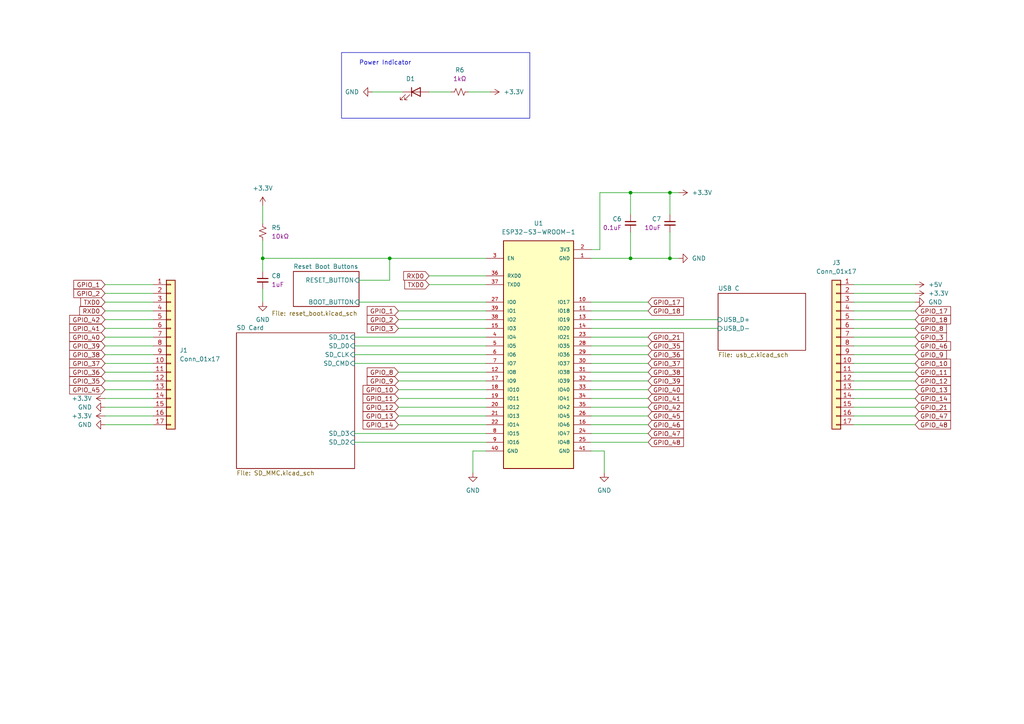
<source format=kicad_sch>
(kicad_sch (version 20230121) (generator eeschema)
  (paper "A4")
  (lib_symbols
    (symbol "Connector_Generic:Conn_01x17" (pin_names (offset 1.016) hide)
      (property "Reference" "J" (at 0 22.86 0))
      (property "Value" "Conn_01x17" (at 0 -22.86 0))
      (symbol "Conn_01x17_1_1"
        (rectangle (start -1.27 -20.193) (end 0 -20.447) (stroke (width 0.1524)))
        (rectangle (start -1.27 -17.653) (end 0 -17.907) (stroke (width 0.1524)))
        (rectangle (start -1.27 -15.113) (end 0 -15.367) (stroke (width 0.1524)))
        (rectangle (start -1.27 -12.573) (end 0 -12.827) (stroke (width 0.1524)))
        (rectangle (start -1.27 -10.033) (end 0 -10.287) (stroke (width 0.1524)))
        (rectangle (start -1.27 -7.493) (end 0 -7.747) (stroke (width 0.1524)))
        (rectangle (start -1.27 -4.953) (end 0 -5.207) (stroke (width 0.1524)))
        (rectangle (start -1.27 -2.413) (end 0 -2.667) (stroke (width 0.1524)))
        (rectangle (start -1.27 0.127) (end 0 -0.127) (stroke (width 0.1524)))
        (rectangle (start -1.27 2.667) (end 0 2.413) (stroke (width 0.1524)))
        (rectangle (start -1.27 5.207) (end 0 4.953) (stroke (width 0.1524)))
        (rectangle (start -1.27 7.747) (end 0 7.493) (stroke (width 0.1524)))
        (rectangle (start -1.27 10.287) (end 0 10.033) (stroke (width 0.1524)))
        (rectangle (start -1.27 12.827) (end 0 12.573) (stroke (width 0.1524)))
        (rectangle (start -1.27 15.367) (end 0 15.113) (stroke (width 0.1524)))
        (rectangle (start -1.27 17.907) (end 0 17.653) (stroke (width 0.1524)))
        (rectangle (start -1.27 20.447) (end 0 20.193) (stroke (width 0.1524)))
        (rectangle (start -1.27 21.59) (end 1.27 -21.59) (stroke (width 0.254)) (fill (type background)))
        (pin passive line (at -5.08 20.32 0) (length 3.81) (name "Pin_1") (number "1"))
        (pin passive line (at -5.08 -2.54 0) (length 3.81) (name "Pin_10") (number "10"))
        (pin passive line (at -5.08 -5.08 0) (length 3.81) (name "Pin_11") (number "11"))
        (pin passive line (at -5.08 -7.62 0) (length 3.81) (name "Pin_12") (number "12"))
        (pin passive line (at -5.08 -10.16 0) (length 3.81) (name "Pin_13") (number "13"))
        (pin passive line (at -5.08 -12.7 0) (length 3.81) (name "Pin_14") (number "14"))
        (pin passive line (at -5.08 -15.24 0) (length 3.81) (name "Pin_15") (number "15"))
        (pin passive line (at -5.08 -17.78 0) (length 3.81) (name "Pin_16") (number "16"))
        (pin passive line (at -5.08 -20.32 0) (length 3.81) (name "Pin_17") (number "17"))
        (pin passive line (at -5.08 17.78 0) (length 3.81) (name "Pin_2") (number "2"))
        (pin passive line (at -5.08 15.24 0) (length 3.81) (name "Pin_3") (number "3"))
        (pin passive line (at -5.08 12.7 0) (length 3.81) (name "Pin_4") (number "4"))
        (pin passive line (at -5.08 10.16 0) (length 3.81) (name "Pin_5") (number "5"))
        (pin passive line (at -5.08 7.62 0) (length 3.81) (name "Pin_6") (number "6"))
        (pin passive line (at -5.08 5.08 0) (length 3.81) (name "Pin_7") (number "7"))
        (pin passive line (at -5.08 2.54 0) (length 3.81) (name "Pin_8") (number "8"))
        (pin passive line (at -5.08 0 0) (length 3.81) (name "Pin_9") (number "9"))
      )
    )
    (symbol "downloaded_parts:CL21A106KOQNNNE" (pin_numbers hide) (pin_names (offset 0.254) hide)
      (property "Reference" "C" (at 2.794 1.778 0))
      (property "Capacitance" "10uF" (at 5.08 0 0))
      (symbol "CL21A106KOQNNNE_0_1"
        (polyline (pts (xy -1.524 -0.508) (xy 1.524 -0.508)) (stroke (width 0.3302)))
        (polyline (pts (xy -1.524 0.508) (xy 1.524 0.508)) (stroke (width 0.3048)))
      )
      (symbol "CL21A106KOQNNNE_1_1"
        (pin passive line (at 0 2.54 270) (length 2.032) (name "~") (number "1"))
        (pin passive line (at 0 -2.54 90) (length 2.032) (name "~") (number "2"))
      )
    )
    (symbol "downloaded_parts:CL21B104KBCNNNC" (pin_numbers hide) (pin_names (offset 0.254) hide)
      (property "Reference" "C" (at 2.794 1.778 0))
      (property "Capacitance" "0.1uF" (at 5.08 0 0))
      (symbol "CL21B104KBCNNNC_0_1"
        (polyline (pts (xy -1.524 -0.508) (xy 1.524 -0.508)) (stroke (width 0.3302)))
        (polyline (pts (xy -1.524 0.508) (xy 1.524 0.508)) (stroke (width 0.3048)))
      )
      (symbol "CL21B104KBCNNNC_1_1"
        (pin passive line (at 0 2.54 270) (length 2.032) (name "~") (number "1"))
        (pin passive line (at 0 -2.54 90) (length 2.032) (name "~") (number "2"))
      )
    )
    (symbol "downloaded_parts:CL21B105KBFNNNG" (pin_numbers hide) (pin_names (offset 0.254) hide)
      (property "Reference" "C" (at 2.794 1.778 0))
      (property "Capacitance" "1uF" (at 5.08 0 0))
      (symbol "CL21B105KBFNNNG_0_1"
        (polyline (pts (xy -1.524 -0.508) (xy 1.524 -0.508)) (stroke (width 0.3302)))
        (polyline (pts (xy -1.524 0.508) (xy 1.524 0.508)) (stroke (width 0.3048)))
      )
      (symbol "CL21B105KBFNNNG_1_1"
        (pin passive line (at 0 2.54 270) (length 2.032) (name "~") (number "1"))
        (pin passive line (at 0 -2.54 90) (length 2.032) (name "~") (number "2"))
      )
    )
    (symbol "downloaded_parts:ESP32-S3-WROOM-1" (pin_names (offset 1.016))
      (property "Reference" "U" (at -12.7 36.83 0))
      (property "Value" "ESP32-S3-WROOM-1" (at -12.7 34.29 0))
      (symbol "ESP32-S3-WROOM-1_0_0"
        (rectangle (start -10.16 -33.02) (end 10.16 33.02) (stroke (width 0.254)) (fill (type background)))
        (pin power_in line (at 15.24 27.94 180) (length 5.08) (name "GND") (number "1"))
        (pin bidirectional line (at 15.24 15.24 180) (length 5.08) (name "IO17") (number "10"))
        (pin bidirectional line (at 15.24 12.7 180) (length 5.08) (name "IO18") (number "11"))
        (pin bidirectional line (at -15.24 -5.08 0) (length 5.08) (name "IO8") (number "12"))
        (pin bidirectional line (at 15.24 10.16 180) (length 5.08) (name "IO19") (number "13"))
        (pin bidirectional line (at 15.24 7.62 180) (length 5.08) (name "IO20") (number "14"))
        (pin bidirectional line (at -15.24 7.62 0) (length 5.08) (name "IO3") (number "15"))
        (pin bidirectional line (at 15.24 -20.32 180) (length 5.08) (name "IO46") (number "16"))
        (pin bidirectional line (at -15.24 -7.62 0) (length 5.08) (name "IO9") (number "17"))
        (pin bidirectional line (at -15.24 -10.16 0) (length 5.08) (name "IO10") (number "18"))
        (pin bidirectional line (at -15.24 -12.7 0) (length 5.08) (name "IO11") (number "19"))
        (pin power_in line (at 15.24 30.48 180) (length 5.08) (name "3V3") (number "2"))
        (pin bidirectional line (at -15.24 -15.24 0) (length 5.08) (name "IO12") (number "20"))
        (pin bidirectional line (at -15.24 -17.78 0) (length 5.08) (name "IO13") (number "21"))
        (pin bidirectional line (at -15.24 -20.32 0) (length 5.08) (name "IO14") (number "22"))
        (pin bidirectional line (at 15.24 5.08 180) (length 5.08) (name "IO21") (number "23"))
        (pin bidirectional line (at 15.24 -22.86 180) (length 5.08) (name "IO47") (number "24"))
        (pin bidirectional line (at 15.24 -25.4 180) (length 5.08) (name "IO48") (number "25"))
        (pin bidirectional line (at 15.24 -17.78 180) (length 5.08) (name "IO45") (number "26"))
        (pin bidirectional line (at -15.24 15.24 0) (length 5.08) (name "IO0") (number "27"))
        (pin bidirectional line (at 15.24 2.54 180) (length 5.08) (name "IO35") (number "28"))
        (pin bidirectional line (at 15.24 0 180) (length 5.08) (name "IO36") (number "29"))
        (pin input line (at -15.24 27.94 0) (length 5.08) (name "EN") (number "3"))
        (pin bidirectional line (at 15.24 -2.54 180) (length 5.08) (name "IO37") (number "30"))
        (pin bidirectional line (at 15.24 -5.08 180) (length 5.08) (name "IO38") (number "31"))
        (pin bidirectional line (at 15.24 -7.62 180) (length 5.08) (name "IO39") (number "32"))
        (pin bidirectional line (at 15.24 -10.16 180) (length 5.08) (name "IO40") (number "33"))
        (pin bidirectional line (at 15.24 -12.7 180) (length 5.08) (name "IO41") (number "34"))
        (pin bidirectional line (at 15.24 -15.24 180) (length 5.08) (name "IO42") (number "35"))
        (pin bidirectional line (at -15.24 22.86 0) (length 5.08) (name "RXD0") (number "36"))
        (pin bidirectional line (at -15.24 20.32 0) (length 5.08) (name "TXD0") (number "37"))
        (pin bidirectional line (at -15.24 10.16 0) (length 5.08) (name "IO2") (number "38"))
        (pin bidirectional line (at -15.24 12.7 0) (length 5.08) (name "IO1") (number "39"))
        (pin bidirectional line (at -15.24 5.08 0) (length 5.08) (name "IO4") (number "4"))
        (pin power_in line (at -15.24 -27.94 0) (length 5.08) (name "GND") (number "40"))
        (pin bidirectional line (at -15.24 2.54 0) (length 5.08) (name "IO5") (number "5"))
        (pin bidirectional line (at -15.24 0 0) (length 5.08) (name "IO6") (number "6"))
        (pin bidirectional line (at -15.24 -2.54 0) (length 5.08) (name "IO7") (number "7"))
        (pin bidirectional line (at -15.24 -22.86 0) (length 5.08) (name "IO15") (number "8"))
        (pin bidirectional line (at -15.24 -25.4 0) (length 5.08) (name "IO16") (number "9"))
      )
      (symbol "ESP32-S3-WROOM-1_1_0"
        (pin power_in line (at 15.24 -27.94 180) (length 5.08) (name "GND") (number "41"))
      )
    )
    (symbol "downloaded_parts:LTST-C170KFKT" (pin_numbers hide) (pin_names (offset 1.016) hide)
      (property "Reference" "D" (at 0 2.54 0))
      (symbol "LTST-C170KFKT_0_1"
        (polyline (pts (xy -1.27 -1.27) (xy -1.27 1.27)) (stroke (width 0.254)))
        (polyline (pts (xy -1.27 0) (xy 1.27 0)))
        (polyline (pts (xy 1.27 -1.27) (xy 1.27 1.27) (xy -1.27 0) (xy 1.27 -1.27)) (stroke (width 0.254)))
        (polyline (pts (xy -3.048 -0.762) (xy -4.572 -2.286) (xy -3.81 -2.286) (xy -4.572 -2.286) (xy -4.572 -1.524)))
        (polyline (pts (xy -1.778 -0.762) (xy -3.302 -2.286) (xy -2.54 -2.286) (xy -3.302 -2.286) (xy -3.302 -1.524)))
      )
      (symbol "LTST-C170KFKT_1_1"
        (pin passive line (at -3.81 0 0) (length 2.54) (name "K") (number "1"))
        (pin passive line (at 3.81 0 180) (length 2.54) (name "A") (number "2"))
      )
    )
    (symbol "downloaded_parts:RC0805JR-0710KL" (pin_numbers hide) (pin_names (offset 0.254) hide)
      (property "Reference" "R" (at 1.27 2.54 0))
      (property "Resistance" "10kΩ" (at 5.08 0 0))
      (symbol "RC0805JR-0710KL_1_1"
        (polyline (pts (xy 0 0) (xy 1.016 -0.381) (xy 0 -0.762) (xy -1.016 -1.143) (xy 0 -1.524)))
        (polyline (pts (xy 0 1.524) (xy 1.016 1.143) (xy 0 0.762) (xy -1.016 0.381) (xy 0 0)))
        (pin passive line (at 0 2.54 270) (length 1.016) (name "~") (number "1"))
        (pin passive line (at 0 -2.54 90) (length 1.016) (name "~") (number "2"))
      )
    )
    (symbol "downloaded_parts:RNCP0805FTD1K00" (pin_numbers hide) (pin_names (offset 0.254) hide)
      (property "Reference" "R" (at 1.27 0.508 0))
      (property "Resistance" "1kΩ" (at 5.588 0.508 0))
      (symbol "RNCP0805FTD1K00_1_1"
        (polyline (pts (xy 0 0) (xy 1.016 -0.381) (xy 0 -0.762) (xy -1.016 -1.143) (xy 0 -1.524)))
        (polyline (pts (xy 0 1.524) (xy 1.016 1.143) (xy 0 0.762) (xy -1.016 0.381) (xy 0 0)))
        (pin passive line (at 0 2.54 270) (length 1.016) (name "~") (number "1"))
        (pin passive line (at 0 -2.54 90) (length 1.016) (name "~") (number "2"))
      )
    )
    (symbol "power:+3.3V" (power) (pin_names (offset 0))
      (property "Value" "+3.3V" (at 0 3.556 0))
      (symbol "+3.3V_0_1"
        (polyline (pts (xy -0.762 1.27) (xy 0 2.54)))
        (polyline (pts (xy 0 0) (xy 0 2.54)))
        (polyline (pts (xy 0 2.54) (xy 0.762 1.27)))
      )
      (symbol "+3.3V_1_1"
        (pin power_in line (at 0 0 90) (length 0) hide (name "+3.3V") (number "1"))
      )
    )
    (symbol "power:+5V" (power) (pin_names (offset 0))
      (property "Value" "+5V" (at 0 3.556 0))
      (symbol "+5V_0_1"
        (polyline (pts (xy -0.762 1.27) (xy 0 2.54)))
        (polyline (pts (xy 0 0) (xy 0 2.54)))
        (polyline (pts (xy 0 2.54) (xy 0.762 1.27)))
      )
      (symbol "+5V_1_1"
        (pin power_in line (at 0 0 90) (length 0) hide (name "+5V") (number "1"))
      )
    )
    (symbol "power:GND" (power) (pin_names (offset 0))
      (property "Value" "GND" (at 0 -3.81 0))
      (symbol "GND_0_1"
        (polyline (pts (xy 0 0) (xy 0 -1.27) (xy 1.27 -1.27) (xy 0 -2.54) (xy -1.27 -1.27) (xy 0 -1.27)))
      )
      (symbol "GND_1_1"
        (pin power_in line (at 0 0 270) (length 0) hide (name "GND") (number "1"))
      )
    )
  )
  (junction (at 194.31 55.88))
  (junction (at 182.88 55.88))
  (junction (at 76.2 74.93))
  (junction (at 113.03 74.93))
  (junction (at 194.31 74.93))
  (junction (at 182.88 74.93))
  (wire (pts (xy 30.48 120.65) (xy 44.45 120.65)))
  (wire (pts (xy 30.48 90.17) (xy 44.45 90.17)))
  (wire (pts (xy 247.65 107.95) (xy 265.43 107.95)))
  (wire (pts (xy 175.26 130.81) (xy 175.26 137.16)))
  (wire (pts (xy 124.46 26.67) (xy 130.81 26.67)))
  (wire (pts (xy 171.45 123.19) (xy 187.96 123.19)))
  (wire (pts (xy 30.48 92.71) (xy 44.45 92.71)))
  (wire (pts (xy 115.57 120.65) (xy 140.97 120.65)))
  (wire (pts (xy 171.45 74.93) (xy 182.88 74.93)))
  (wire (pts (xy 140.97 130.81) (xy 137.16 130.81)))
  (wire (pts (xy 30.48 102.87) (xy 44.45 102.87)))
  (wire (pts (xy 137.16 130.81) (xy 137.16 137.16)))
  (wire (pts (xy 30.48 110.49) (xy 44.45 110.49)))
  (wire (pts (xy 171.45 95.25) (xy 208.28 95.25)))
  (wire (pts (xy 113.03 74.93) (xy 140.97 74.93)))
  (wire (pts (xy 135.89 26.67) (xy 142.24 26.67)))
  (wire (pts (xy 194.31 74.93) (xy 196.85 74.93)))
  (wire (pts (xy 247.65 115.57) (xy 265.43 115.57)))
  (wire (pts (xy 247.65 120.65) (xy 265.43 120.65)))
  (wire (pts (xy 247.65 92.71) (xy 265.43 92.71)))
  (wire (pts (xy 104.14 87.63) (xy 140.97 87.63)))
  (wire (pts (xy 102.87 97.79) (xy 140.97 97.79)))
  (wire (pts (xy 171.45 105.41) (xy 187.96 105.41)))
  (wire (pts (xy 171.45 97.79) (xy 187.96 97.79)))
  (wire (pts (xy 173.99 55.88) (xy 173.99 72.39)))
  (wire (pts (xy 194.31 67.31) (xy 194.31 74.93)))
  (wire (pts (xy 102.87 125.73) (xy 140.97 125.73)))
  (wire (pts (xy 247.65 113.03) (xy 265.43 113.03)))
  (wire (pts (xy 247.65 90.17) (xy 265.43 90.17)))
  (wire (pts (xy 247.65 105.41) (xy 265.43 105.41)))
  (wire (pts (xy 102.87 102.87) (xy 140.97 102.87)))
  (wire (pts (xy 115.57 115.57) (xy 140.97 115.57)))
  (wire (pts (xy 171.45 113.03) (xy 187.96 113.03)))
  (wire (pts (xy 171.45 125.73) (xy 187.96 125.73)))
  (wire (pts (xy 171.45 120.65) (xy 187.96 120.65)))
  (wire (pts (xy 171.45 100.33) (xy 187.96 100.33)))
  (wire (pts (xy 247.65 95.25) (xy 265.43 95.25)))
  (wire (pts (xy 102.87 105.41) (xy 140.97 105.41)))
  (wire (pts (xy 124.46 82.55) (xy 140.97 82.55)))
  (wire (pts (xy 247.65 123.19) (xy 265.43 123.19)))
  (wire (pts (xy 171.45 128.27) (xy 187.96 128.27)))
  (wire (pts (xy 194.31 55.88) (xy 196.85 55.88)))
  (wire (pts (xy 171.45 87.63) (xy 187.96 87.63)))
  (wire (pts (xy 115.57 92.71) (xy 140.97 92.71)))
  (wire (pts (xy 247.65 82.55) (xy 265.43 82.55)))
  (wire (pts (xy 247.65 102.87) (xy 265.43 102.87)))
  (wire (pts (xy 104.14 81.28) (xy 113.03 81.28)))
  (wire (pts (xy 30.48 105.41) (xy 44.45 105.41)))
  (wire (pts (xy 173.99 55.88) (xy 182.88 55.88)))
  (wire (pts (xy 247.65 87.63) (xy 265.43 87.63)))
  (wire (pts (xy 115.57 113.03) (xy 140.97 113.03)))
  (wire (pts (xy 30.48 85.09) (xy 44.45 85.09)))
  (wire (pts (xy 171.45 118.11) (xy 187.96 118.11)))
  (wire (pts (xy 76.2 59.69) (xy 76.2 64.77)))
  (wire (pts (xy 173.99 72.39) (xy 171.45 72.39)))
  (wire (pts (xy 30.48 107.95) (xy 44.45 107.95)))
  (wire (pts (xy 171.45 90.17) (xy 187.96 90.17)))
  (wire (pts (xy 171.45 110.49) (xy 187.96 110.49)))
  (wire (pts (xy 102.87 128.27) (xy 140.97 128.27)))
  (wire (pts (xy 113.03 81.28) (xy 113.03 74.93)))
  (wire (pts (xy 76.2 69.85) (xy 76.2 74.93)))
  (wire (pts (xy 76.2 74.93) (xy 113.03 74.93)))
  (wire (pts (xy 30.48 113.03) (xy 44.45 113.03)))
  (wire (pts (xy 107.95 26.67) (xy 116.84 26.67)))
  (wire (pts (xy 30.48 97.79) (xy 44.45 97.79)))
  (wire (pts (xy 76.2 74.93) (xy 76.2 78.74)))
  (wire (pts (xy 115.57 110.49) (xy 140.97 110.49)))
  (wire (pts (xy 124.46 80.01) (xy 140.97 80.01)))
  (wire (pts (xy 247.65 110.49) (xy 265.43 110.49)))
  (wire (pts (xy 182.88 74.93) (xy 194.31 74.93)))
  (wire (pts (xy 182.88 67.31) (xy 182.88 74.93)))
  (wire (pts (xy 30.48 123.19) (xy 44.45 123.19)))
  (wire (pts (xy 102.87 100.33) (xy 140.97 100.33)))
  (wire (pts (xy 247.65 100.33) (xy 265.43 100.33)))
  (wire (pts (xy 115.57 95.25) (xy 140.97 95.25)))
  (wire (pts (xy 171.45 92.71) (xy 208.28 92.71)))
  (wire (pts (xy 30.48 118.11) (xy 44.45 118.11)))
  (wire (pts (xy 247.65 118.11) (xy 265.43 118.11)))
  (wire (pts (xy 115.57 123.19) (xy 140.97 123.19)))
  (wire (pts (xy 76.2 83.82) (xy 76.2 87.63)))
  (wire (pts (xy 247.65 85.09) (xy 265.43 85.09)))
  (wire (pts (xy 194.31 55.88) (xy 194.31 62.23)))
  (wire (pts (xy 171.45 107.95) (xy 187.96 107.95)))
  (wire (pts (xy 182.88 55.88) (xy 182.88 62.23)))
  (wire (pts (xy 30.48 82.55) (xy 44.45 82.55)))
  (wire (pts (xy 182.88 55.88) (xy 194.31 55.88)))
  (wire (pts (xy 30.48 115.57) (xy 44.45 115.57)))
  (wire (pts (xy 247.65 97.79) (xy 265.43 97.79)))
  (wire (pts (xy 115.57 90.17) (xy 140.97 90.17)))
  (wire (pts (xy 115.57 107.95) (xy 140.97 107.95)))
  (wire (pts (xy 115.57 118.11) (xy 140.97 118.11)))
  (wire (pts (xy 171.45 102.87) (xy 187.96 102.87)))
  (wire (pts (xy 171.45 115.57) (xy 187.96 115.57)))
  (wire (pts (xy 30.48 87.63) (xy 44.45 87.63)))
  (wire (pts (xy 30.48 100.33) (xy 44.45 100.33)))
  (wire (pts (xy 171.45 130.81) (xy 175.26 130.81)))
  (wire (pts (xy 30.48 95.25) (xy 44.45 95.25)))
  (rectangle (start 99.06 15.24) (end 153.67 34.29))
  (text "Power Indicator" (at 104.14 19.05 0) (effects (font (size 1.27 1.27)) (justify left bottom)))
  (global_label "GPIO_47" (shape input) (at 187.96 125.73 0) (property "Intersheetrefs" "${INTERSHEET_REFS}" (effects hide)))
  (global_label "GPIO_38" (shape input) (at 187.96 107.95 0) (property "Intersheetrefs" "${INTERSHEET_REFS}" (effects hide)))
  (global_label "GPIO_14" (shape input) (at 115.57 123.19 180) (property "Intersheetrefs" "${INTERSHEET_REFS}" (effects hide)))
  (global_label "RXD0" (shape input) (at 124.46 80.01 180) (property "Intersheetrefs" "${INTERSHEET_REFS}" (effects hide)))
  (global_label "GPIO_12" (shape input) (at 265.43 110.49 0) (property "Intersheetrefs" "${INTERSHEET_REFS}" (effects hide)))
  (global_label "GPIO_48" (shape input) (at 187.96 128.27 0) (property "Intersheetrefs" "${INTERSHEET_REFS}" (effects hide)))
  (global_label "GPIO_39" (shape input) (at 30.48 100.33 180) (property "Intersheetrefs" "${INTERSHEET_REFS}" (effects hide)))
  (global_label "GPIO_40" (shape input) (at 187.96 113.03 0) (property "Intersheetrefs" "${INTERSHEET_REFS}" (effects hide)))
  (global_label "GPIO_48" (shape input) (at 265.43 123.19 0) (property "Intersheetrefs" "${INTERSHEET_REFS}" (effects hide)))
  (global_label "GPIO_3" (shape input) (at 115.57 95.25 180) (property "Intersheetrefs" "${INTERSHEET_REFS}" (effects hide)))
  (global_label "GPIO_45" (shape input) (at 30.48 113.03 180) (property "Intersheetrefs" "${INTERSHEET_REFS}" (effects hide)))
  (global_label "GPIO_45" (shape input) (at 187.96 120.65 0) (property "Intersheetrefs" "${INTERSHEET_REFS}" (effects hide)))
  (global_label "GPIO_1" (shape input) (at 115.57 90.17 180) (property "Intersheetrefs" "${INTERSHEET_REFS}" (effects hide)))
  (global_label "GPIO_13" (shape input) (at 265.43 113.03 0) (property "Intersheetrefs" "${INTERSHEET_REFS}" (effects hide)))
  (global_label "GPIO_41" (shape input) (at 187.96 115.57 0) (property "Intersheetrefs" "${INTERSHEET_REFS}" (effects hide)))
  (global_label "GPIO_36" (shape input) (at 187.96 102.87 0) (property "Intersheetrefs" "${INTERSHEET_REFS}" (effects hide)))
  (global_label "GPIO_2" (shape input) (at 115.57 92.71 180) (property "Intersheetrefs" "${INTERSHEET_REFS}" (effects hide)))
  (global_label "GPIO_18" (shape input) (at 265.43 92.71 0) (property "Intersheetrefs" "${INTERSHEET_REFS}" (effects hide)))
  (global_label "GPIO_36" (shape input) (at 30.48 107.95 180) (property "Intersheetrefs" "${INTERSHEET_REFS}" (effects hide)))
  (global_label "GPIO_35" (shape input) (at 30.48 110.49 180) (property "Intersheetrefs" "${INTERSHEET_REFS}" (effects hide)))
  (global_label "TXD0" (shape input) (at 30.48 87.63 180) (property "Intersheetrefs" "${INTERSHEET_REFS}" (effects hide)))
  (global_label "GPIO_12" (shape input) (at 115.57 118.11 180) (property "Intersheetrefs" "${INTERSHEET_REFS}" (effects hide)))
  (global_label "GPIO_9" (shape input) (at 115.57 110.49 180) (property "Intersheetrefs" "${INTERSHEET_REFS}" (effects hide)))
  (global_label "GPIO_11" (shape input) (at 115.57 115.57 180) (property "Intersheetrefs" "${INTERSHEET_REFS}" (effects hide)))
  (global_label "GPIO_3" (shape input) (at 265.43 97.79 0) (property "Intersheetrefs" "${INTERSHEET_REFS}" (effects hide)))
  (global_label "GPIO_42" (shape input) (at 187.96 118.11 0) (property "Intersheetrefs" "${INTERSHEET_REFS}" (effects hide)))
  (global_label "GPIO_46" (shape input) (at 187.96 123.19 0) (property "Intersheetrefs" "${INTERSHEET_REFS}" (effects hide)))
  (global_label "GPIO_14" (shape input) (at 265.43 115.57 0) (property "Intersheetrefs" "${INTERSHEET_REFS}" (effects hide)))
  (global_label "GPIO_35" (shape input) (at 187.96 100.33 0) (property "Intersheetrefs" "${INTERSHEET_REFS}" (effects hide)))
  (global_label "GPIO_46" (shape input) (at 265.43 100.33 0) (property "Intersheetrefs" "${INTERSHEET_REFS}" (effects hide)))
  (global_label "GPIO_11" (shape input) (at 265.43 107.95 0) (property "Intersheetrefs" "${INTERSHEET_REFS}" (effects hide)))
  (global_label "GPIO_47" (shape input) (at 265.43 120.65 0) (property "Intersheetrefs" "${INTERSHEET_REFS}" (effects hide)))
  (global_label "RXD0" (shape input) (at 30.48 90.17 180) (property "Intersheetrefs" "${INTERSHEET_REFS}" (effects hide)))
  (global_label "GPIO_21" (shape input) (at 265.43 118.11 0) (property "Intersheetrefs" "${INTERSHEET_REFS}" (effects hide)))
  (global_label "GPIO_41" (shape input) (at 30.48 95.25 180) (property "Intersheetrefs" "${INTERSHEET_REFS}" (effects hide)))
  (global_label "GPIO_37" (shape input) (at 30.48 105.41 180) (property "Intersheetrefs" "${INTERSHEET_REFS}" (effects hide)))
  (global_label "GPIO_10" (shape input) (at 265.43 105.41 0) (property "Intersheetrefs" "${INTERSHEET_REFS}" (effects hide)))
  (global_label "GPIO_39" (shape input) (at 187.96 110.49 0) (property "Intersheetrefs" "${INTERSHEET_REFS}" (effects hide)))
  (global_label "GPIO_8" (shape input) (at 115.57 107.95 180) (property "Intersheetrefs" "${INTERSHEET_REFS}" (effects hide)))
  (global_label "GPIO_37" (shape input) (at 187.96 105.41 0) (property "Intersheetrefs" "${INTERSHEET_REFS}" (effects hide)))
  (global_label "GPIO_17" (shape input) (at 187.96 87.63 0) (property "Intersheetrefs" "${INTERSHEET_REFS}" (effects hide)))
  (global_label "GPIO_42" (shape input) (at 30.48 92.71 180) (property "Intersheetrefs" "${INTERSHEET_REFS}" (effects hide)))
  (global_label "GPIO_2" (shape input) (at 30.48 85.09 180) (property "Intersheetrefs" "${INTERSHEET_REFS}" (effects hide)))
  (global_label "GPIO_10" (shape input) (at 115.57 113.03 180) (property "Intersheetrefs" "${INTERSHEET_REFS}" (effects hide)))
  (global_label "GPIO_8" (shape input) (at 265.43 95.25 0) (property "Intersheetrefs" "${INTERSHEET_REFS}" (effects hide)))
  (global_label "GPIO_38" (shape input) (at 30.48 102.87 180) (property "Intersheetrefs" "${INTERSHEET_REFS}" (effects hide)))
  (global_label "GPIO_13" (shape input) (at 115.57 120.65 180) (property "Intersheetrefs" "${INTERSHEET_REFS}" (effects hide)))
  (global_label "GPIO_18" (shape input) (at 187.96 90.17 0) (property "Intersheetrefs" "${INTERSHEET_REFS}" (effects hide)))
  (global_label "GPIO_9" (shape input) (at 265.43 102.87 0) (property "Intersheetrefs" "${INTERSHEET_REFS}" (effects hide)))
  (global_label "GPIO_17" (shape input) (at 265.43 90.17 0) (property "Intersheetrefs" "${INTERSHEET_REFS}" (effects hide)))
  (global_label "GPIO_1" (shape input) (at 30.48 82.55 180) (property "Intersheetrefs" "${INTERSHEET_REFS}" (effects hide)))
  (global_label "GPIO_21" (shape input) (at 187.96 97.79 0) (property "Intersheetrefs" "${INTERSHEET_REFS}" (effects hide)))
  (global_label "GPIO_40" (shape input) (at 30.48 97.79 180) (property "Intersheetrefs" "${INTERSHEET_REFS}" (effects hide)))
  (global_label "TXD0" (shape input) (at 124.46 82.55 180) (property "Intersheetrefs" "${INTERSHEET_REFS}" (effects hide)))
  (symbol (lib_id "power:+5V") (at 265.43 82.55 270) (unit 1)
    (property "Reference" "#PWR033" (effects hide))
    (property "Value" "+5V" (at 269.24 82.55 90) (effects (justify left)))
  )
  (symbol (lib_id "power:GND") (at 30.48 118.11 270) (unit 1)
    (property "Reference" "#PWR029" (effects hide))
    (property "Value" "GND" (at 26.67 118.11 90) (effects (justify right)))
  )
  (symbol (lib_id "downloaded_parts:RNCP0805FTD1K00") (at 133.35 26.67 90) (unit 1)
    (property "Reference" "R6" (at 133.35 20.32 90))
    (property "Value" "RNCP0805FTD1K00" (effects hide))
    (property "Footprint" "Resistor_SMD:R_0805_2012Metric_Pad1.20x1.40mm_HandSolder" (effects hide))
    (property "Datasheet" "https://www.seielect.com/Catalog/SEI-RNCP.pdf" (effects hide))
    (property "Resistance" "1kΩ" (at 133.35 22.86 90))
    (property "Store Page" "https://www.digikey.com/en/products/detail/stackpole-electronics-inc/RNCP0805FTD1K00/2240229" (effects hide))
  )
  (symbol (lib_id "power:GND") (at 265.43 87.63 90) (unit 1)
    (property "Reference" "#PWR032" (effects hide))
    (property "Value" "GND" (at 269.24 87.63 90) (effects (justify right)))
  )
  (symbol (lib_id "downloaded_parts:ESP32-S3-WROOM-1") (at 156.21 102.87 0) (unit 1)
    (property "Reference" "U1" (at 156.21 64.77 0))
    (property "Value" "ESP32-S3-WROOM-1" (at 156.21 67.31 0))
    (property "Footprint" "dowloaded_parts:ESP32-S3-WROOM-1" (effects hide))
    (property "Datasheet" "https://www.espressif.com/sites/default/files/documentation/esp32-s3-wroom-1_wroom-1u_datasheet_en.pdf" (effects hide))
    (property "MF" "Espressif Systems" (effects hide))
    (property "DESCRIPTION" "Bluetooth, WiFi 802.11b/g/n, Bluetooth v5.0 Transceiver Module 2.4GHz PCB Trace Surface Mount" (effects hide))
    (property "PACKAGE" "SMD-41 Espressif Systems" (effects hide))
    (property "PRICE" "None" (effects hide))
    (property "MP" "ESP32S3WROOM1N8R8" (effects hide))
    (property "AVAILABILITY" "In Stock" (effects hide))
    (property "PURCHASE-URL" "https://pricing.snapeda.com/search/part/ESP32S3WROOM1N8R8/?ref=eda" (effects hide))
  )
  (symbol (lib_id "power:GND") (at 175.26 137.16 0) (unit 1)
    (property "Reference" "#PWR022" (effects hide))
    (property "Value" "GND" (at 175.26 142.24 0))
  )
  (symbol (lib_id "power:+3.3V") (at 76.2 59.69 0) (unit 1)
    (property "Reference" "#PWR017" (effects hide))
    (property "Value" "+3.3V" (at 76.2 54.61 0))
  )
  (symbol (lib_id "downloaded_parts:CL21B104KBCNNNC") (at 182.88 64.77 0) (mirror y) (unit 1)
    (property "Reference" "C6" (at 180.34 63.5063 0) (effects (justify left)))
    (property "Value" "CL21B104KBCNNNC" (effects hide))
    (property "Footprint" "dowloaded_parts:0805_cap" (effects hide))
    (property "Datasheet" "https://media.digikey.com/pdf/Data%20Sheets/Samsung%20PDFs/CL21B104KBCNNN_Spec.pdf" (effects hide))
    (property "Capacitance" "0.1uF" (at 180.34 66.0463 0) (effects (justify left)))
    (property "Tolerance" "10%" (effects hide))
    (property "Voltage" "50v" (effects hide))
  )
  (symbol (lib_id "power:+3.3V") (at 196.85 55.88 270) (mirror x) (unit 1)
    (property "Reference" "#PWR016" (effects hide))
    (property "Value" "+3.3V" (at 200.66 55.88 90) (effects (justify left)))
  )
  (symbol (lib_id "downloaded_parts:CL21B105KBFNNNG") (at 76.2 81.28 0) (unit 1)
    (property "Reference" "C8" (at 78.74 80.0163 0) (effects (justify left)))
    (property "Value" "CL21B105KBFNNNG" (effects hide))
    (property "Footprint" "dowloaded_parts:0805_cap" (effects hide))
    (property "Datasheet" "https://media.digikey.com/pdf/Data%20Sheets/Samsung%20PDFs/CL21B105KBFNNNG_Spec.pdf" (effects hide))
    (property "Capacitance" "1uF" (at 78.74 82.5563 0) (effects (justify left)))
    (property "Tolerance" "10%" (effects hide))
    (property "Voltage" "50v" (effects hide))
  )
  (symbol (lib_id "Connector_Generic:Conn_01x17") (at 49.53 102.87 0) (unit 1)
    (property "Reference" "J1" (at 52.07 101.6 0) (effects (justify left)))
    (property "Value" "Conn_01x17" (at 52.07 104.14 0) (effects (justify left)))
    (property "Footprint" "Connector_PinHeader_2.54mm:PinHeader_1x17_P2.54mm_Vertical" (effects hide))
  )
  (symbol (lib_id "downloaded_parts:LTST-C170KFKT") (at 120.65 26.67 0) (unit 1)
    (property "Reference" "D1" (at 119.0625 22.86 0))
    (property "Value" "LTST-C170KFKT" (effects hide))
    (property "Footprint" "LED_SMD:LED_0805_2012Metric_Pad1.15x1.40mm_HandSolder" (effects hide))
    (property "Datasheet" "https://optoelectronics.liteon.com/upload/download/DS-22-99-0185/LTST-C170KFKT.pdf" (effects hide))
    (property "Current" "20mA" (effects hide))
    (property "Forward Voltage" "2V" (effects hide))
  )
  (symbol (lib_id "power:GND") (at 76.2 87.63 0) (unit 1)
    (property "Reference" "#PWR018" (effects hide))
    (property "Value" "GND" (at 76.2 92.71 0))
  )
  (symbol (lib_id "power:+3.3V") (at 30.48 120.65 90) (unit 1)
    (property "Reference" "#PWR028" (effects hide))
    (property "Value" "+3.3V" (at 26.67 120.65 90) (effects (justify left)))
  )
  (symbol (lib_id "downloaded_parts:CL21A106KOQNNNE") (at 194.31 64.77 0) (mirror y) (unit 1)
    (property "Reference" "C7" (at 191.77 63.5063 0) (effects (justify left)))
    (property "Value" "CL21A106KOQNNNE" (effects hide))
    (property "Footprint" "dowloaded_parts:0805_cap" (effects hide))
    (property "Datasheet" "https://media.digikey.com/pdf/Data%20Sheets/Samsung%20PDFs/CL21A106KOQNNNE_Spec.pdf" (effects hide))
    (property "Capacitance" "10uF" (at 191.77 66.0463 0) (effects (justify left)))
    (property "Tolerance" "20%" (effects hide))
    (property "Voltage" "16v" (effects hide))
  )
  (symbol (lib_id "power:GND") (at 196.85 74.93 90) (unit 1)
    (property "Reference" "#PWR020" (effects hide))
    (property "Value" "GND" (at 200.66 74.93 90) (effects (justify right)))
  )
  (symbol (lib_id "power:GND") (at 30.48 123.19 270) (unit 1)
    (property "Reference" "#PWR030" (effects hide))
    (property "Value" "GND" (at 26.67 123.19 90) (effects (justify right)))
  )
  (symbol (lib_id "power:GND") (at 137.16 137.16 0) (unit 1)
    (property "Reference" "#PWR021" (effects hide))
    (property "Value" "GND" (at 137.16 142.24 0))
  )
  (symbol (lib_id "power:+3.3V") (at 30.48 115.57 90) (unit 1)
    (property "Reference" "#PWR027" (effects hide))
    (property "Value" "+3.3V" (at 26.67 115.57 90) (effects (justify left)))
  )
  (symbol (lib_id "downloaded_parts:RC0805JR-0710KL") (at 76.2 67.31 180) (unit 1)
    (property "Reference" "R5" (at 78.74 66.04 0) (effects (justify right)))
    (property "Value" "RC0805JR-0710KL" (effects hide))
    (property "Footprint" "Resistor_SMD:R_0805_2012Metric_Pad1.20x1.40mm_HandSolder" (effects hide))
    (property "Datasheet" "https://www.yageo.com/upload/media/product/productsearch/datasheet/rchip/PYu-RC_Group_51_RoHS_L_12.pdf" (effects hide))
    (property "Resistance" "10kΩ" (at 78.74 68.58 0) (effects (justify right)))
  )
  (symbol (lib_id "Connector_Generic:Conn_01x17") (at 242.57 102.87 0) (mirror y) (unit 1)
    (property "Reference" "J3" (at 242.57 76.2 0))
    (property "Value" "Conn_01x17" (at 242.57 78.74 0))
    (property "Footprint" "Connector_PinHeader_2.54mm:PinHeader_1x17_P2.54mm_Vertical" (effects hide))
  )
  (symbol (lib_id "power:+3.3V") (at 142.24 26.67 270) (unit 1)
    (property "Reference" "#PWR025" (effects hide))
    (property "Value" "+3.3V" (at 146.05 26.67 90) (effects (justify left)))
  )
  (symbol (lib_id "power:+3.3V") (at 265.43 85.09 270) (unit 1)
    (property "Reference" "#PWR031" (effects hide))
    (property "Value" "+3.3V" (at 269.24 85.09 90) (effects (justify left)))
  )
  (symbol (lib_id "power:GND") (at 107.95 26.67 270) (unit 1)
    (property "Reference" "#PWR026" (effects hide))
    (property "Value" "GND" (at 104.14 26.67 90) (effects (justify right)))
  )
  (sheet (at 208.28 85.09) (size 25.4 16.51) (stroke (width 0.1524))
    (property "Sheetname" "USB C" (at 208.28 84.3784 0) (effects (justify left bottom)))
    (property "Sheetfile" "usb_c.kicad_sch" (at 208.28 102.1846 0) (effects (justify left top)))
    (pin "USB_D+" input (at 208.28 92.71 180))
    (pin "USB_D-" input (at 208.28 95.25 180))
  )
  (sheet (at 85.09 78.74) (size 19.05 10.16) (stroke (width 0.1524))
    (property "Sheetname" "Reset Boot Buttons" (at 85.09 78.0284 0) (effects (justify left bottom)))
    (property "Sheetfile" "reset_boot.kicad_sch" (at 78.74 90.17 0) (effects (justify left top)))
    (pin "BOOT_BUTTON" input (at 104.14 87.63 0))
    (pin "RESET_BUTTON" input (at 104.14 81.28 0))
  )
  (sheet (at 68.58 96.52) (size 34.29 39.37) (stroke (width 0.1524))
    (property "Sheetname" "SD Card" (at 68.58 95.8084 0) (effects (justify left bottom)))
    (property "Sheetfile" "SD_MMC.kicad_sch" (at 68.58 136.4746 0) (effects (justify left top)))
    (pin "SD_D3" input (at 102.87 125.73 0))
    (pin "SD_D0" input (at 102.87 100.33 0))
    (pin "SD_D2" input (at 102.87 128.27 0))
    (pin "SD_D1" input (at 102.87 97.79 0))
    (pin "SD_CMD" input (at 102.87 105.41 0))
    (pin "SD_CLK" input (at 102.87 102.87 0))
  )
)
</source>
